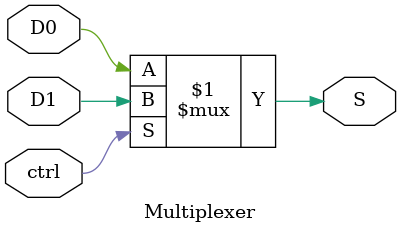
<source format=v>
module Multiplexer (
  input ctrl,
  input D0,
  input D1,
  output S
);

  assign S = ctrl ? D1 : D0;

endmodule
</source>
